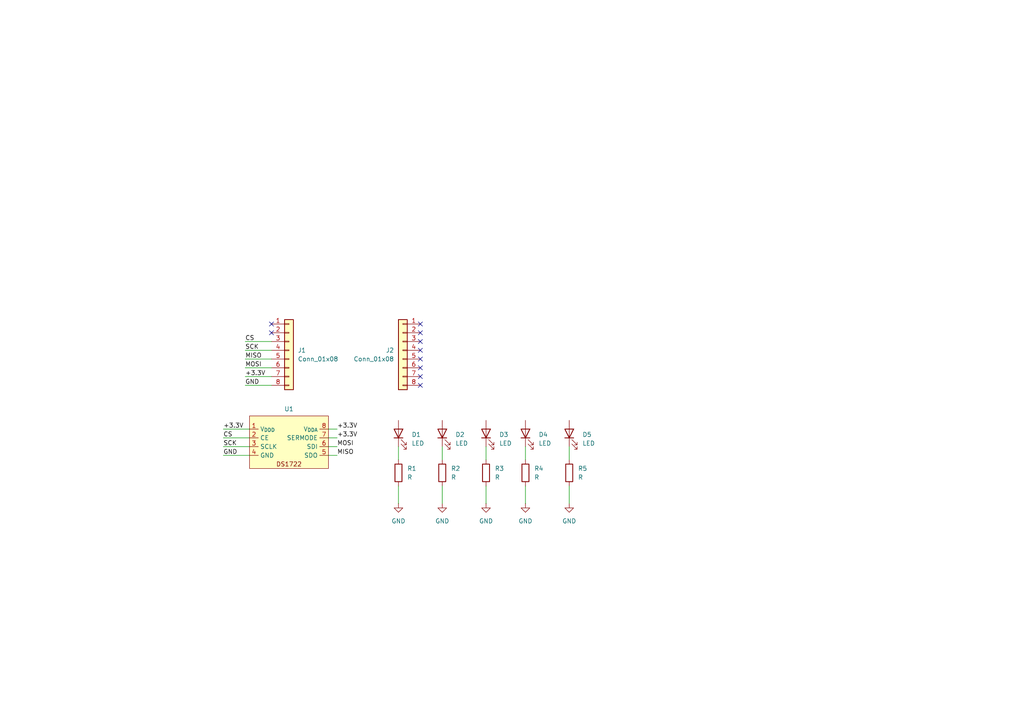
<source format=kicad_sch>
(kicad_sch
	(version 20250114)
	(generator "eeschema")
	(generator_version "9.0")
	(uuid "a6bb00c8-6bd2-4a1c-9fce-29397f664f91")
	(paper "A4")
	(lib_symbols
		(symbol "Connector_Generic:Conn_01x08"
			(pin_names
				(offset 1.016)
				(hide yes)
			)
			(exclude_from_sim no)
			(in_bom yes)
			(on_board yes)
			(property "Reference" "J"
				(at 0 10.16 0)
				(effects
					(font
						(size 1.27 1.27)
					)
				)
			)
			(property "Value" "Conn_01x08"
				(at 0 -12.7 0)
				(effects
					(font
						(size 1.27 1.27)
					)
				)
			)
			(property "Footprint" ""
				(at 0 0 0)
				(effects
					(font
						(size 1.27 1.27)
					)
					(hide yes)
				)
			)
			(property "Datasheet" "~"
				(at 0 0 0)
				(effects
					(font
						(size 1.27 1.27)
					)
					(hide yes)
				)
			)
			(property "Description" "Generic connector, single row, 01x08, script generated (kicad-library-utils/schlib/autogen/connector/)"
				(at 0 0 0)
				(effects
					(font
						(size 1.27 1.27)
					)
					(hide yes)
				)
			)
			(property "ki_keywords" "connector"
				(at 0 0 0)
				(effects
					(font
						(size 1.27 1.27)
					)
					(hide yes)
				)
			)
			(property "ki_fp_filters" "Connector*:*_1x??_*"
				(at 0 0 0)
				(effects
					(font
						(size 1.27 1.27)
					)
					(hide yes)
				)
			)
			(symbol "Conn_01x08_1_1"
				(rectangle
					(start -1.27 8.89)
					(end 1.27 -11.43)
					(stroke
						(width 0.254)
						(type default)
					)
					(fill
						(type background)
					)
				)
				(rectangle
					(start -1.27 7.747)
					(end 0 7.493)
					(stroke
						(width 0.1524)
						(type default)
					)
					(fill
						(type none)
					)
				)
				(rectangle
					(start -1.27 5.207)
					(end 0 4.953)
					(stroke
						(width 0.1524)
						(type default)
					)
					(fill
						(type none)
					)
				)
				(rectangle
					(start -1.27 2.667)
					(end 0 2.413)
					(stroke
						(width 0.1524)
						(type default)
					)
					(fill
						(type none)
					)
				)
				(rectangle
					(start -1.27 0.127)
					(end 0 -0.127)
					(stroke
						(width 0.1524)
						(type default)
					)
					(fill
						(type none)
					)
				)
				(rectangle
					(start -1.27 -2.413)
					(end 0 -2.667)
					(stroke
						(width 0.1524)
						(type default)
					)
					(fill
						(type none)
					)
				)
				(rectangle
					(start -1.27 -4.953)
					(end 0 -5.207)
					(stroke
						(width 0.1524)
						(type default)
					)
					(fill
						(type none)
					)
				)
				(rectangle
					(start -1.27 -7.493)
					(end 0 -7.747)
					(stroke
						(width 0.1524)
						(type default)
					)
					(fill
						(type none)
					)
				)
				(rectangle
					(start -1.27 -10.033)
					(end 0 -10.287)
					(stroke
						(width 0.1524)
						(type default)
					)
					(fill
						(type none)
					)
				)
				(pin passive line
					(at -5.08 7.62 0)
					(length 3.81)
					(name "Pin_1"
						(effects
							(font
								(size 1.27 1.27)
							)
						)
					)
					(number "1"
						(effects
							(font
								(size 1.27 1.27)
							)
						)
					)
				)
				(pin passive line
					(at -5.08 5.08 0)
					(length 3.81)
					(name "Pin_2"
						(effects
							(font
								(size 1.27 1.27)
							)
						)
					)
					(number "2"
						(effects
							(font
								(size 1.27 1.27)
							)
						)
					)
				)
				(pin passive line
					(at -5.08 2.54 0)
					(length 3.81)
					(name "Pin_3"
						(effects
							(font
								(size 1.27 1.27)
							)
						)
					)
					(number "3"
						(effects
							(font
								(size 1.27 1.27)
							)
						)
					)
				)
				(pin passive line
					(at -5.08 0 0)
					(length 3.81)
					(name "Pin_4"
						(effects
							(font
								(size 1.27 1.27)
							)
						)
					)
					(number "4"
						(effects
							(font
								(size 1.27 1.27)
							)
						)
					)
				)
				(pin passive line
					(at -5.08 -2.54 0)
					(length 3.81)
					(name "Pin_5"
						(effects
							(font
								(size 1.27 1.27)
							)
						)
					)
					(number "5"
						(effects
							(font
								(size 1.27 1.27)
							)
						)
					)
				)
				(pin passive line
					(at -5.08 -5.08 0)
					(length 3.81)
					(name "Pin_6"
						(effects
							(font
								(size 1.27 1.27)
							)
						)
					)
					(number "6"
						(effects
							(font
								(size 1.27 1.27)
							)
						)
					)
				)
				(pin passive line
					(at -5.08 -7.62 0)
					(length 3.81)
					(name "Pin_7"
						(effects
							(font
								(size 1.27 1.27)
							)
						)
					)
					(number "7"
						(effects
							(font
								(size 1.27 1.27)
							)
						)
					)
				)
				(pin passive line
					(at -5.08 -10.16 0)
					(length 3.81)
					(name "Pin_8"
						(effects
							(font
								(size 1.27 1.27)
							)
						)
					)
					(number "8"
						(effects
							(font
								(size 1.27 1.27)
							)
						)
					)
				)
			)
			(embedded_fonts no)
		)
		(symbol "Device:LED"
			(pin_numbers
				(hide yes)
			)
			(pin_names
				(offset 1.016)
				(hide yes)
			)
			(exclude_from_sim no)
			(in_bom yes)
			(on_board yes)
			(property "Reference" "D"
				(at 0 2.54 0)
				(effects
					(font
						(size 1.27 1.27)
					)
				)
			)
			(property "Value" "LED"
				(at 0 -2.54 0)
				(effects
					(font
						(size 1.27 1.27)
					)
				)
			)
			(property "Footprint" ""
				(at 0 0 0)
				(effects
					(font
						(size 1.27 1.27)
					)
					(hide yes)
				)
			)
			(property "Datasheet" "~"
				(at 0 0 0)
				(effects
					(font
						(size 1.27 1.27)
					)
					(hide yes)
				)
			)
			(property "Description" "Light emitting diode"
				(at 0 0 0)
				(effects
					(font
						(size 1.27 1.27)
					)
					(hide yes)
				)
			)
			(property "Sim.Pins" "1=K 2=A"
				(at 0 0 0)
				(effects
					(font
						(size 1.27 1.27)
					)
					(hide yes)
				)
			)
			(property "ki_keywords" "LED diode"
				(at 0 0 0)
				(effects
					(font
						(size 1.27 1.27)
					)
					(hide yes)
				)
			)
			(property "ki_fp_filters" "LED* LED_SMD:* LED_THT:*"
				(at 0 0 0)
				(effects
					(font
						(size 1.27 1.27)
					)
					(hide yes)
				)
			)
			(symbol "LED_0_1"
				(polyline
					(pts
						(xy -3.048 -0.762) (xy -4.572 -2.286) (xy -3.81 -2.286) (xy -4.572 -2.286) (xy -4.572 -1.524)
					)
					(stroke
						(width 0)
						(type default)
					)
					(fill
						(type none)
					)
				)
				(polyline
					(pts
						(xy -1.778 -0.762) (xy -3.302 -2.286) (xy -2.54 -2.286) (xy -3.302 -2.286) (xy -3.302 -1.524)
					)
					(stroke
						(width 0)
						(type default)
					)
					(fill
						(type none)
					)
				)
				(polyline
					(pts
						(xy -1.27 0) (xy 1.27 0)
					)
					(stroke
						(width 0)
						(type default)
					)
					(fill
						(type none)
					)
				)
				(polyline
					(pts
						(xy -1.27 -1.27) (xy -1.27 1.27)
					)
					(stroke
						(width 0.254)
						(type default)
					)
					(fill
						(type none)
					)
				)
				(polyline
					(pts
						(xy 1.27 -1.27) (xy 1.27 1.27) (xy -1.27 0) (xy 1.27 -1.27)
					)
					(stroke
						(width 0.254)
						(type default)
					)
					(fill
						(type none)
					)
				)
			)
			(symbol "LED_1_1"
				(pin passive line
					(at -3.81 0 0)
					(length 2.54)
					(name "K"
						(effects
							(font
								(size 1.27 1.27)
							)
						)
					)
					(number "1"
						(effects
							(font
								(size 1.27 1.27)
							)
						)
					)
				)
				(pin passive line
					(at 3.81 0 180)
					(length 2.54)
					(name "A"
						(effects
							(font
								(size 1.27 1.27)
							)
						)
					)
					(number "2"
						(effects
							(font
								(size 1.27 1.27)
							)
						)
					)
				)
			)
			(embedded_fonts no)
		)
		(symbol "Device:R"
			(pin_numbers
				(hide yes)
			)
			(pin_names
				(offset 0)
			)
			(exclude_from_sim no)
			(in_bom yes)
			(on_board yes)
			(property "Reference" "R"
				(at 2.032 0 90)
				(effects
					(font
						(size 1.27 1.27)
					)
				)
			)
			(property "Value" "R"
				(at 0 0 90)
				(effects
					(font
						(size 1.27 1.27)
					)
				)
			)
			(property "Footprint" ""
				(at -1.778 0 90)
				(effects
					(font
						(size 1.27 1.27)
					)
					(hide yes)
				)
			)
			(property "Datasheet" "~"
				(at 0 0 0)
				(effects
					(font
						(size 1.27 1.27)
					)
					(hide yes)
				)
			)
			(property "Description" "Resistor"
				(at 0 0 0)
				(effects
					(font
						(size 1.27 1.27)
					)
					(hide yes)
				)
			)
			(property "ki_keywords" "R res resistor"
				(at 0 0 0)
				(effects
					(font
						(size 1.27 1.27)
					)
					(hide yes)
				)
			)
			(property "ki_fp_filters" "R_*"
				(at 0 0 0)
				(effects
					(font
						(size 1.27 1.27)
					)
					(hide yes)
				)
			)
			(symbol "R_0_1"
				(rectangle
					(start -1.016 -2.54)
					(end 1.016 2.54)
					(stroke
						(width 0.254)
						(type default)
					)
					(fill
						(type none)
					)
				)
			)
			(symbol "R_1_1"
				(pin passive line
					(at 0 3.81 270)
					(length 1.27)
					(name "~"
						(effects
							(font
								(size 1.27 1.27)
							)
						)
					)
					(number "1"
						(effects
							(font
								(size 1.27 1.27)
							)
						)
					)
				)
				(pin passive line
					(at 0 -3.81 90)
					(length 1.27)
					(name "~"
						(effects
							(font
								(size 1.27 1.27)
							)
						)
					)
					(number "2"
						(effects
							(font
								(size 1.27 1.27)
							)
						)
					)
				)
			)
			(embedded_fonts no)
		)
		(symbol "power:GND"
			(power)
			(pin_numbers
				(hide yes)
			)
			(pin_names
				(offset 0)
				(hide yes)
			)
			(exclude_from_sim no)
			(in_bom yes)
			(on_board yes)
			(property "Reference" "#PWR"
				(at 0 -6.35 0)
				(effects
					(font
						(size 1.27 1.27)
					)
					(hide yes)
				)
			)
			(property "Value" "GND"
				(at 0 -3.81 0)
				(effects
					(font
						(size 1.27 1.27)
					)
				)
			)
			(property "Footprint" ""
				(at 0 0 0)
				(effects
					(font
						(size 1.27 1.27)
					)
					(hide yes)
				)
			)
			(property "Datasheet" ""
				(at 0 0 0)
				(effects
					(font
						(size 1.27 1.27)
					)
					(hide yes)
				)
			)
			(property "Description" "Power symbol creates a global label with name \"GND\" , ground"
				(at 0 0 0)
				(effects
					(font
						(size 1.27 1.27)
					)
					(hide yes)
				)
			)
			(property "ki_keywords" "global power"
				(at 0 0 0)
				(effects
					(font
						(size 1.27 1.27)
					)
					(hide yes)
				)
			)
			(symbol "GND_0_1"
				(polyline
					(pts
						(xy 0 0) (xy 0 -1.27) (xy 1.27 -1.27) (xy 0 -2.54) (xy -1.27 -1.27) (xy 0 -1.27)
					)
					(stroke
						(width 0)
						(type default)
					)
					(fill
						(type none)
					)
				)
			)
			(symbol "GND_1_1"
				(pin power_in line
					(at 0 0 270)
					(length 0)
					(name "~"
						(effects
							(font
								(size 1.27 1.27)
							)
						)
					)
					(number "1"
						(effects
							(font
								(size 1.27 1.27)
							)
						)
					)
				)
			)
			(embedded_fonts no)
		)
		(symbol "stuff:DS1722"
			(exclude_from_sim no)
			(in_bom yes)
			(on_board yes)
			(property "Reference" "U"
				(at 0 0 0)
				(effects
					(font
						(size 1.27 1.27)
					)
				)
			)
			(property "Value" ""
				(at 0 0 0)
				(effects
					(font
						(size 1.27 1.27)
					)
				)
			)
			(property "Footprint" ""
				(at 0 0 0)
				(effects
					(font
						(size 1.27 1.27)
					)
					(hide yes)
				)
			)
			(property "Datasheet" ""
				(at 0 0 0)
				(effects
					(font
						(size 1.27 1.27)
					)
					(hide yes)
				)
			)
			(property "Description" ""
				(at 0 0 0)
				(effects
					(font
						(size 1.27 1.27)
					)
					(hide yes)
				)
			)
			(symbol "DS1722_1_1"
				(rectangle
					(start -11.43 -1.27)
					(end 11.43 -16.51)
					(stroke
						(width 0)
						(type solid)
					)
					(fill
						(type background)
					)
				)
				(text "DS1722"
					(at 0 -15.24 0)
					(effects
						(font
							(size 1.27 1.27)
						)
					)
				)
				(pin input line
					(at -11.43 -5.08 0)
					(length 2.54)
					(name "V_{DDD}"
						(effects
							(font
								(size 1.27 1.27)
							)
						)
					)
					(number "1"
						(effects
							(font
								(size 1.27 1.27)
							)
						)
					)
				)
				(pin input line
					(at -11.43 -7.62 0)
					(length 2.54)
					(name "CE"
						(effects
							(font
								(size 1.27 1.27)
							)
						)
					)
					(number "2"
						(effects
							(font
								(size 1.27 1.27)
							)
						)
					)
				)
				(pin input line
					(at -11.43 -10.16 0)
					(length 2.54)
					(name "SCLK"
						(effects
							(font
								(size 1.27 1.27)
							)
						)
					)
					(number "3"
						(effects
							(font
								(size 1.27 1.27)
							)
						)
					)
				)
				(pin input line
					(at -11.43 -12.7 0)
					(length 2.54)
					(name "GND"
						(effects
							(font
								(size 1.27 1.27)
							)
						)
					)
					(number "4"
						(effects
							(font
								(size 1.27 1.27)
							)
						)
					)
				)
				(pin input line
					(at 11.43 -5.08 180)
					(length 2.54)
					(name "V_{DDA}"
						(effects
							(font
								(size 1.27 1.27)
							)
						)
					)
					(number "8"
						(effects
							(font
								(size 1.27 1.27)
							)
						)
					)
				)
				(pin input line
					(at 11.43 -7.62 180)
					(length 2.54)
					(name "SERMODE"
						(effects
							(font
								(size 1.27 1.27)
							)
						)
					)
					(number "7"
						(effects
							(font
								(size 1.27 1.27)
							)
						)
					)
				)
				(pin input line
					(at 11.43 -10.16 180)
					(length 2.54)
					(name "SDI"
						(effects
							(font
								(size 1.27 1.27)
							)
						)
					)
					(number "6"
						(effects
							(font
								(size 1.27 1.27)
							)
						)
					)
				)
				(pin input line
					(at 11.43 -12.7 180)
					(length 2.54)
					(name "SDO"
						(effects
							(font
								(size 1.27 1.27)
							)
						)
					)
					(number "5"
						(effects
							(font
								(size 1.27 1.27)
							)
						)
					)
				)
			)
			(embedded_fonts no)
		)
	)
	(no_connect
		(at 78.74 96.52)
		(uuid "17dac20e-ae19-42c8-b5db-d42091fb693d")
	)
	(no_connect
		(at 78.74 93.98)
		(uuid "3fde2345-b989-464e-a3d4-ac7e401703a7")
	)
	(no_connect
		(at 121.92 104.14)
		(uuid "5ce1d39a-3361-4585-95f8-4466bbac468e")
	)
	(no_connect
		(at 121.92 106.68)
		(uuid "6d57e2d3-0b30-4b2e-adec-d06af4eeca2a")
	)
	(no_connect
		(at 121.92 109.22)
		(uuid "7d69f5f2-ff5b-410a-af36-3f485deefa3b")
	)
	(no_connect
		(at 121.92 93.98)
		(uuid "82752844-5ccd-40fa-888d-e6a5beb98a15")
	)
	(no_connect
		(at 121.92 101.6)
		(uuid "87084622-0317-4d45-8700-c0273b169f8e")
	)
	(no_connect
		(at 121.92 111.76)
		(uuid "9560d496-5be9-4fc0-a698-0e74f1bf7658")
	)
	(no_connect
		(at 121.92 99.06)
		(uuid "c495b4a2-3d37-45ea-af27-266e70eb9aa6")
	)
	(no_connect
		(at 121.92 96.52)
		(uuid "d4ff6ac0-8cbd-4eee-b06c-3555246685c3")
	)
	(wire
		(pts
			(xy 64.77 124.46) (xy 72.39 124.46)
		)
		(stroke
			(width 0)
			(type default)
		)
		(uuid "02fb96f4-b11f-4326-afb4-6aa3447582c5")
	)
	(wire
		(pts
			(xy 152.4 129.54) (xy 152.4 133.35)
		)
		(stroke
			(width 0)
			(type default)
		)
		(uuid "08e6bec9-613f-43fe-b11b-648bde5d3be4")
	)
	(wire
		(pts
			(xy 115.57 129.54) (xy 115.57 133.35)
		)
		(stroke
			(width 0)
			(type default)
		)
		(uuid "0c63c3a4-b69d-4864-ac6b-4ead2efcbac2")
	)
	(wire
		(pts
			(xy 128.27 129.54) (xy 128.27 133.35)
		)
		(stroke
			(width 0)
			(type default)
		)
		(uuid "1eed9f46-55da-46e5-8c9c-f4348fb9d4b1")
	)
	(wire
		(pts
			(xy 165.1 140.97) (xy 165.1 146.05)
		)
		(stroke
			(width 0)
			(type default)
		)
		(uuid "2696a0e8-8715-4078-882e-080089de16b5")
	)
	(wire
		(pts
			(xy 64.77 129.54) (xy 72.39 129.54)
		)
		(stroke
			(width 0)
			(type default)
		)
		(uuid "38386fcb-9179-4db6-af0c-fb46025fea8a")
	)
	(wire
		(pts
			(xy 140.97 140.97) (xy 140.97 146.05)
		)
		(stroke
			(width 0)
			(type default)
		)
		(uuid "3b0c6eca-2bab-497c-9023-a85f1b27ff83")
	)
	(wire
		(pts
			(xy 165.1 129.54) (xy 165.1 133.35)
		)
		(stroke
			(width 0)
			(type default)
		)
		(uuid "4f403197-b172-47c4-a28f-7927588b6fb4")
	)
	(wire
		(pts
			(xy 140.97 129.54) (xy 140.97 133.35)
		)
		(stroke
			(width 0)
			(type default)
		)
		(uuid "4f4d0990-e0da-4418-b1bb-463bb62fc6e0")
	)
	(wire
		(pts
			(xy 71.12 101.6) (xy 78.74 101.6)
		)
		(stroke
			(width 0)
			(type default)
		)
		(uuid "5263625d-8be7-4b8f-82b9-34574cdcadc4")
	)
	(wire
		(pts
			(xy 71.12 99.06) (xy 78.74 99.06)
		)
		(stroke
			(width 0)
			(type default)
		)
		(uuid "6beb08fc-3eb2-48b4-b9fa-2fd3621b3d23")
	)
	(wire
		(pts
			(xy 95.25 127) (xy 97.79 127)
		)
		(stroke
			(width 0)
			(type default)
		)
		(uuid "802f25bd-8cf8-43ce-b521-182b38034228")
	)
	(wire
		(pts
			(xy 64.77 127) (xy 72.39 127)
		)
		(stroke
			(width 0)
			(type default)
		)
		(uuid "80efa1fc-e75a-4128-82a3-8c68f3abd270")
	)
	(wire
		(pts
			(xy 71.12 111.76) (xy 78.74 111.76)
		)
		(stroke
			(width 0)
			(type default)
		)
		(uuid "83947da5-d75c-46ba-aade-8ac855328678")
	)
	(wire
		(pts
			(xy 64.77 132.08) (xy 72.39 132.08)
		)
		(stroke
			(width 0)
			(type default)
		)
		(uuid "95e5a45a-8902-48bd-a07c-533ab54e28a6")
	)
	(wire
		(pts
			(xy 152.4 140.97) (xy 152.4 146.05)
		)
		(stroke
			(width 0)
			(type default)
		)
		(uuid "a15e137f-aa27-4e73-916e-1f8a695ca1e2")
	)
	(wire
		(pts
			(xy 71.12 106.68) (xy 78.74 106.68)
		)
		(stroke
			(width 0)
			(type default)
		)
		(uuid "aa5a8662-1b0c-442b-810b-6465f1dc4c43")
	)
	(wire
		(pts
			(xy 128.27 140.97) (xy 128.27 146.05)
		)
		(stroke
			(width 0)
			(type default)
		)
		(uuid "b0b6e057-7bc1-4a7f-a1c4-cacf335c41e5")
	)
	(wire
		(pts
			(xy 95.25 129.54) (xy 97.79 129.54)
		)
		(stroke
			(width 0)
			(type default)
		)
		(uuid "c2d13b78-debb-4c1c-909b-677306e103cb")
	)
	(wire
		(pts
			(xy 95.25 124.46) (xy 97.79 124.46)
		)
		(stroke
			(width 0)
			(type default)
		)
		(uuid "e3c6eb2b-b137-413b-9e14-9aeb04d2e8ee")
	)
	(wire
		(pts
			(xy 71.12 104.14) (xy 78.74 104.14)
		)
		(stroke
			(width 0)
			(type default)
		)
		(uuid "e55e85b4-82e3-44d7-9ec6-a88a83773f09")
	)
	(wire
		(pts
			(xy 71.12 109.22) (xy 78.74 109.22)
		)
		(stroke
			(width 0)
			(type default)
		)
		(uuid "ef17d6bb-4e7e-49fc-b3df-05a8ddadfc42")
	)
	(wire
		(pts
			(xy 95.25 132.08) (xy 97.79 132.08)
		)
		(stroke
			(width 0)
			(type default)
		)
		(uuid "f2a31996-a2fa-4e0b-bf5f-695242562e33")
	)
	(wire
		(pts
			(xy 115.57 140.97) (xy 115.57 146.05)
		)
		(stroke
			(width 0)
			(type default)
		)
		(uuid "f9f164b6-f887-4dce-a6ea-fdd52c46b102")
	)
	(label "GND"
		(at 71.12 111.76 0)
		(effects
			(font
				(size 1.27 1.27)
			)
			(justify left bottom)
		)
		(uuid "05fcfe27-7858-43b7-9eb1-4eb5aba3f386")
	)
	(label "MOSI"
		(at 71.12 106.68 0)
		(effects
			(font
				(size 1.27 1.27)
			)
			(justify left bottom)
		)
		(uuid "1febfdef-c04f-4d6c-b3ef-4e4c5bf2c7ef")
	)
	(label "CS"
		(at 71.12 99.06 0)
		(effects
			(font
				(size 1.27 1.27)
			)
			(justify left bottom)
		)
		(uuid "35cce86b-b597-4cb2-89c6-886800e52582")
	)
	(label "+3.3V"
		(at 64.77 124.46 0)
		(effects
			(font
				(size 1.27 1.27)
			)
			(justify left bottom)
		)
		(uuid "3aa55802-019d-48b3-8d22-c163dea8f9f1")
	)
	(label "+3.3V"
		(at 97.79 124.46 0)
		(effects
			(font
				(size 1.27 1.27)
			)
			(justify left bottom)
		)
		(uuid "71250279-163c-4aae-9eb6-595e2bc18159")
	)
	(label "CS"
		(at 64.77 127 0)
		(effects
			(font
				(size 1.27 1.27)
			)
			(justify left bottom)
		)
		(uuid "71f07b1a-ff23-4340-919a-41e2eedbc284")
	)
	(label "SCK"
		(at 71.12 101.6 0)
		(effects
			(font
				(size 1.27 1.27)
			)
			(justify left bottom)
		)
		(uuid "768d3360-06a3-4297-9fd7-c8b6103a49c3")
	)
	(label "GND"
		(at 64.77 132.08 0)
		(effects
			(font
				(size 1.27 1.27)
			)
			(justify left bottom)
		)
		(uuid "8c98f62a-d45d-4255-a116-1f41a900512c")
	)
	(label "MISO"
		(at 71.12 104.14 0)
		(effects
			(font
				(size 1.27 1.27)
			)
			(justify left bottom)
		)
		(uuid "8ffa7fab-7fb9-4898-b315-0f76ac56141b")
	)
	(label "+3.3V"
		(at 71.12 109.22 0)
		(effects
			(font
				(size 1.27 1.27)
			)
			(justify left bottom)
		)
		(uuid "a128c7e2-1364-4ff9-b17a-d6970ecaca1a")
	)
	(label "+3.3V"
		(at 97.79 127 0)
		(effects
			(font
				(size 1.27 1.27)
			)
			(justify left bottom)
		)
		(uuid "a1dc34c6-bb83-4f3f-a818-0af41c7961a9")
	)
	(label "MOSI"
		(at 97.79 129.54 0)
		(effects
			(font
				(size 1.27 1.27)
			)
			(justify left bottom)
		)
		(uuid "bede17ea-a52c-49f9-a76b-6a68d4362c72")
	)
	(label "SCK"
		(at 64.77 129.54 0)
		(effects
			(font
				(size 1.27 1.27)
			)
			(justify left bottom)
		)
		(uuid "e7f6e861-2c97-498e-a923-fc1c395f5072")
	)
	(label "MISO"
		(at 97.79 132.08 0)
		(effects
			(font
				(size 1.27 1.27)
			)
			(justify left bottom)
		)
		(uuid "fc92ab1b-ecf2-4dac-879a-c54db0b7fad5")
	)
	(symbol
		(lib_id "Connector_Generic:Conn_01x08")
		(at 83.82 101.6 0)
		(unit 1)
		(exclude_from_sim no)
		(in_bom yes)
		(on_board yes)
		(dnp no)
		(fields_autoplaced yes)
		(uuid "026b4c4a-d2ce-40b0-8aa8-90a620bf5f83")
		(property "Reference" "J1"
			(at 86.36 101.5999 0)
			(effects
				(font
					(size 1.27 1.27)
				)
				(justify left)
			)
		)
		(property "Value" "Conn_01x08"
			(at 86.36 104.1399 0)
			(effects
				(font
					(size 1.27 1.27)
				)
				(justify left)
			)
		)
		(property "Footprint" ""
			(at 83.82 101.6 0)
			(effects
				(font
					(size 1.27 1.27)
				)
				(hide yes)
			)
		)
		(property "Datasheet" "~"
			(at 83.82 101.6 0)
			(effects
				(font
					(size 1.27 1.27)
				)
				(hide yes)
			)
		)
		(property "Description" "Generic connector, single row, 01x08, script generated (kicad-library-utils/schlib/autogen/connector/)"
			(at 83.82 101.6 0)
			(effects
				(font
					(size 1.27 1.27)
				)
				(hide yes)
			)
		)
		(pin "1"
			(uuid "39d2e5ab-060e-4e5e-918a-a4039b669c6d")
		)
		(pin "6"
			(uuid "e591fa54-aaaf-4359-bc1d-d427de869040")
		)
		(pin "4"
			(uuid "dca08a16-88da-4ae7-bad3-ae16afdfd0e7")
		)
		(pin "7"
			(uuid "1bd71c8a-84c8-4298-9580-dc586baaaf8b")
		)
		(pin "2"
			(uuid "1512d7a3-546b-437a-8787-93c1010f34b5")
		)
		(pin "5"
			(uuid "6cb7791e-df99-4510-b45b-ff9979d62fb7")
		)
		(pin "8"
			(uuid "f56281c5-267e-435a-ad33-2a0b5de5a975")
		)
		(pin "3"
			(uuid "348ea209-c15d-4201-a4b8-b776f9eebe58")
		)
		(instances
			(project ""
				(path "/a6bb00c8-6bd2-4a1c-9fce-29397f664f91"
					(reference "J1")
					(unit 1)
				)
			)
		)
	)
	(symbol
		(lib_id "power:GND")
		(at 128.27 146.05 0)
		(unit 1)
		(exclude_from_sim no)
		(in_bom yes)
		(on_board yes)
		(dnp no)
		(fields_autoplaced yes)
		(uuid "042b6ec8-c7fe-45a5-8d4f-dedfa9b2f6fa")
		(property "Reference" "#PWR02"
			(at 128.27 152.4 0)
			(effects
				(font
					(size 1.27 1.27)
				)
				(hide yes)
			)
		)
		(property "Value" "GND"
			(at 128.27 151.13 0)
			(effects
				(font
					(size 1.27 1.27)
				)
			)
		)
		(property "Footprint" ""
			(at 128.27 146.05 0)
			(effects
				(font
					(size 1.27 1.27)
				)
				(hide yes)
			)
		)
		(property "Datasheet" ""
			(at 128.27 146.05 0)
			(effects
				(font
					(size 1.27 1.27)
				)
				(hide yes)
			)
		)
		(property "Description" "Power symbol creates a global label with name \"GND\" , ground"
			(at 128.27 146.05 0)
			(effects
				(font
					(size 1.27 1.27)
				)
				(hide yes)
			)
		)
		(pin "1"
			(uuid "71cd0882-fef8-4727-acc8-735f49755f37")
		)
		(instances
			(project ""
				(path "/a6bb00c8-6bd2-4a1c-9fce-29397f664f91"
					(reference "#PWR02")
					(unit 1)
				)
			)
		)
	)
	(symbol
		(lib_id "Device:R")
		(at 152.4 137.16 0)
		(unit 1)
		(exclude_from_sim no)
		(in_bom yes)
		(on_board yes)
		(dnp no)
		(fields_autoplaced yes)
		(uuid "0998cd67-2cce-4a99-974f-0d245a7935a4")
		(property "Reference" "R4"
			(at 154.94 135.8899 0)
			(effects
				(font
					(size 1.27 1.27)
				)
				(justify left)
			)
		)
		(property "Value" "R"
			(at 154.94 138.4299 0)
			(effects
				(font
					(size 1.27 1.27)
				)
				(justify left)
			)
		)
		(property "Footprint" ""
			(at 150.622 137.16 90)
			(effects
				(font
					(size 1.27 1.27)
				)
				(hide yes)
			)
		)
		(property "Datasheet" "~"
			(at 152.4 137.16 0)
			(effects
				(font
					(size 1.27 1.27)
				)
				(hide yes)
			)
		)
		(property "Description" "Resistor"
			(at 152.4 137.16 0)
			(effects
				(font
					(size 1.27 1.27)
				)
				(hide yes)
			)
		)
		(pin "2"
			(uuid "b816bb2d-594f-46e9-bd5b-e125f40549e2")
		)
		(pin "1"
			(uuid "0f021bba-7748-40f0-b2ba-18a6aabaa061")
		)
		(instances
			(project ""
				(path "/a6bb00c8-6bd2-4a1c-9fce-29397f664f91"
					(reference "R4")
					(unit 1)
				)
			)
		)
	)
	(symbol
		(lib_id "Connector_Generic:Conn_01x08")
		(at 116.84 101.6 0)
		(mirror y)
		(unit 1)
		(exclude_from_sim no)
		(in_bom yes)
		(on_board yes)
		(dnp no)
		(uuid "17419291-dd99-4a4a-af2b-73b5f58ab31d")
		(property "Reference" "J2"
			(at 114.3 101.5999 0)
			(effects
				(font
					(size 1.27 1.27)
				)
				(justify left)
			)
		)
		(property "Value" "Conn_01x08"
			(at 114.3 104.1399 0)
			(effects
				(font
					(size 1.27 1.27)
				)
				(justify left)
			)
		)
		(property "Footprint" ""
			(at 116.84 101.6 0)
			(effects
				(font
					(size 1.27 1.27)
				)
				(hide yes)
			)
		)
		(property "Datasheet" "~"
			(at 116.84 101.6 0)
			(effects
				(font
					(size 1.27 1.27)
				)
				(hide yes)
			)
		)
		(property "Description" "Generic connector, single row, 01x08, script generated (kicad-library-utils/schlib/autogen/connector/)"
			(at 116.84 101.6 0)
			(effects
				(font
					(size 1.27 1.27)
				)
				(hide yes)
			)
		)
		(pin "3"
			(uuid "8f48f392-071b-4c8c-85a7-01d66b7d97c2")
		)
		(pin "5"
			(uuid "cd83ff94-a7ce-4da9-827b-fe86de73d5e3")
		)
		(pin "4"
			(uuid "f05983e5-bc0c-441c-a204-fc048a3b46eb")
		)
		(pin "6"
			(uuid "b0446980-7bdc-407e-81ae-4b8363c81f60")
		)
		(pin "7"
			(uuid "cfbb6b8b-5bb0-4210-9a1e-3bd9e066927d")
		)
		(pin "8"
			(uuid "cc418a85-213c-4478-9772-e5c6000c16e0")
		)
		(pin "2"
			(uuid "5fb593db-dcff-489a-a8d1-dbc64a619b2d")
		)
		(pin "1"
			(uuid "f5295116-108c-4bdb-992c-6d523640b0d9")
		)
		(instances
			(project ""
				(path "/a6bb00c8-6bd2-4a1c-9fce-29397f664f91"
					(reference "J2")
					(unit 1)
				)
			)
		)
	)
	(symbol
		(lib_id "Device:LED")
		(at 165.1 125.73 90)
		(unit 1)
		(exclude_from_sim no)
		(in_bom yes)
		(on_board yes)
		(dnp no)
		(fields_autoplaced yes)
		(uuid "1b527b42-9cde-4efb-b7ca-066ea37d5c83")
		(property "Reference" "D5"
			(at 168.91 126.0474 90)
			(effects
				(font
					(size 1.27 1.27)
				)
				(justify right)
			)
		)
		(property "Value" "LED"
			(at 168.91 128.5874 90)
			(effects
				(font
					(size 1.27 1.27)
				)
				(justify right)
			)
		)
		(property "Footprint" ""
			(at 165.1 125.73 0)
			(effects
				(font
					(size 1.27 1.27)
				)
				(hide yes)
			)
		)
		(property "Datasheet" "~"
			(at 165.1 125.73 0)
			(effects
				(font
					(size 1.27 1.27)
				)
				(hide yes)
			)
		)
		(property "Description" "Light emitting diode"
			(at 165.1 125.73 0)
			(effects
				(font
					(size 1.27 1.27)
				)
				(hide yes)
			)
		)
		(property "Sim.Pins" "1=K 2=A"
			(at 165.1 125.73 0)
			(effects
				(font
					(size 1.27 1.27)
				)
				(hide yes)
			)
		)
		(pin "1"
			(uuid "76e22c40-7b98-4b19-a7af-d8365d7f2e01")
		)
		(pin "2"
			(uuid "b8a69920-60e9-449b-ba69-96c8cc00d72f")
		)
		(instances
			(project ""
				(path "/a6bb00c8-6bd2-4a1c-9fce-29397f664f91"
					(reference "D5")
					(unit 1)
				)
			)
		)
	)
	(symbol
		(lib_id "Device:LED")
		(at 140.97 125.73 90)
		(unit 1)
		(exclude_from_sim no)
		(in_bom yes)
		(on_board yes)
		(dnp no)
		(fields_autoplaced yes)
		(uuid "20f8f23f-0d99-462c-8dc8-a4d783340242")
		(property "Reference" "D3"
			(at 144.78 126.0474 90)
			(effects
				(font
					(size 1.27 1.27)
				)
				(justify right)
			)
		)
		(property "Value" "LED"
			(at 144.78 128.5874 90)
			(effects
				(font
					(size 1.27 1.27)
				)
				(justify right)
			)
		)
		(property "Footprint" ""
			(at 140.97 125.73 0)
			(effects
				(font
					(size 1.27 1.27)
				)
				(hide yes)
			)
		)
		(property "Datasheet" "~"
			(at 140.97 125.73 0)
			(effects
				(font
					(size 1.27 1.27)
				)
				(hide yes)
			)
		)
		(property "Description" "Light emitting diode"
			(at 140.97 125.73 0)
			(effects
				(font
					(size 1.27 1.27)
				)
				(hide yes)
			)
		)
		(property "Sim.Pins" "1=K 2=A"
			(at 140.97 125.73 0)
			(effects
				(font
					(size 1.27 1.27)
				)
				(hide yes)
			)
		)
		(pin "1"
			(uuid "f59e0422-240b-416b-88fe-265962140303")
		)
		(pin "2"
			(uuid "004aedf6-7bde-4b4a-b305-830839f8e2c0")
		)
		(instances
			(project ""
				(path "/a6bb00c8-6bd2-4a1c-9fce-29397f664f91"
					(reference "D3")
					(unit 1)
				)
			)
		)
	)
	(symbol
		(lib_id "Device:R")
		(at 128.27 137.16 0)
		(unit 1)
		(exclude_from_sim no)
		(in_bom yes)
		(on_board yes)
		(dnp no)
		(fields_autoplaced yes)
		(uuid "22ff519b-4740-4334-93b8-b00d6e216733")
		(property "Reference" "R2"
			(at 130.81 135.8899 0)
			(effects
				(font
					(size 1.27 1.27)
				)
				(justify left)
			)
		)
		(property "Value" "R"
			(at 130.81 138.4299 0)
			(effects
				(font
					(size 1.27 1.27)
				)
				(justify left)
			)
		)
		(property "Footprint" ""
			(at 126.492 137.16 90)
			(effects
				(font
					(size 1.27 1.27)
				)
				(hide yes)
			)
		)
		(property "Datasheet" "~"
			(at 128.27 137.16 0)
			(effects
				(font
					(size 1.27 1.27)
				)
				(hide yes)
			)
		)
		(property "Description" "Resistor"
			(at 128.27 137.16 0)
			(effects
				(font
					(size 1.27 1.27)
				)
				(hide yes)
			)
		)
		(pin "1"
			(uuid "e81609fa-0fbe-4ddc-a149-4505b112a39a")
		)
		(pin "2"
			(uuid "34f6f7c6-8a04-4878-864e-e881be397292")
		)
		(instances
			(project ""
				(path "/a6bb00c8-6bd2-4a1c-9fce-29397f664f91"
					(reference "R2")
					(unit 1)
				)
			)
		)
	)
	(symbol
		(lib_id "Device:LED")
		(at 115.57 125.73 90)
		(unit 1)
		(exclude_from_sim no)
		(in_bom yes)
		(on_board yes)
		(dnp no)
		(fields_autoplaced yes)
		(uuid "6b8cb1da-cc99-46b9-b945-eef242a7c486")
		(property "Reference" "D1"
			(at 119.38 126.0474 90)
			(effects
				(font
					(size 1.27 1.27)
				)
				(justify right)
			)
		)
		(property "Value" "LED"
			(at 119.38 128.5874 90)
			(effects
				(font
					(size 1.27 1.27)
				)
				(justify right)
			)
		)
		(property "Footprint" ""
			(at 115.57 125.73 0)
			(effects
				(font
					(size 1.27 1.27)
				)
				(hide yes)
			)
		)
		(property "Datasheet" "~"
			(at 115.57 125.73 0)
			(effects
				(font
					(size 1.27 1.27)
				)
				(hide yes)
			)
		)
		(property "Description" "Light emitting diode"
			(at 115.57 125.73 0)
			(effects
				(font
					(size 1.27 1.27)
				)
				(hide yes)
			)
		)
		(property "Sim.Pins" "1=K 2=A"
			(at 115.57 125.73 0)
			(effects
				(font
					(size 1.27 1.27)
				)
				(hide yes)
			)
		)
		(pin "2"
			(uuid "91c5c3fd-1bdb-414f-8905-9ade37ab00b6")
		)
		(pin "1"
			(uuid "b7aa3c13-7a72-46d7-96e4-14051b30c65e")
		)
		(instances
			(project ""
				(path "/a6bb00c8-6bd2-4a1c-9fce-29397f664f91"
					(reference "D1")
					(unit 1)
				)
			)
		)
	)
	(symbol
		(lib_id "Device:LED")
		(at 128.27 125.73 90)
		(unit 1)
		(exclude_from_sim no)
		(in_bom yes)
		(on_board yes)
		(dnp no)
		(fields_autoplaced yes)
		(uuid "7e309a45-e046-4630-9cac-3430be69116c")
		(property "Reference" "D2"
			(at 132.08 126.0474 90)
			(effects
				(font
					(size 1.27 1.27)
				)
				(justify right)
			)
		)
		(property "Value" "LED"
			(at 132.08 128.5874 90)
			(effects
				(font
					(size 1.27 1.27)
				)
				(justify right)
			)
		)
		(property "Footprint" ""
			(at 128.27 125.73 0)
			(effects
				(font
					(size 1.27 1.27)
				)
				(hide yes)
			)
		)
		(property "Datasheet" "~"
			(at 128.27 125.73 0)
			(effects
				(font
					(size 1.27 1.27)
				)
				(hide yes)
			)
		)
		(property "Description" "Light emitting diode"
			(at 128.27 125.73 0)
			(effects
				(font
					(size 1.27 1.27)
				)
				(hide yes)
			)
		)
		(property "Sim.Pins" "1=K 2=A"
			(at 128.27 125.73 0)
			(effects
				(font
					(size 1.27 1.27)
				)
				(hide yes)
			)
		)
		(pin "1"
			(uuid "ee7ae49f-5038-4c2d-baff-4a96443bafb6")
		)
		(pin "2"
			(uuid "2135fc4f-6157-4518-bd3d-5fbbd3fa03ea")
		)
		(instances
			(project ""
				(path "/a6bb00c8-6bd2-4a1c-9fce-29397f664f91"
					(reference "D2")
					(unit 1)
				)
			)
		)
	)
	(symbol
		(lib_id "power:GND")
		(at 152.4 146.05 0)
		(unit 1)
		(exclude_from_sim no)
		(in_bom yes)
		(on_board yes)
		(dnp no)
		(fields_autoplaced yes)
		(uuid "806535cd-092d-4dae-abb4-c3a124b4825e")
		(property "Reference" "#PWR04"
			(at 152.4 152.4 0)
			(effects
				(font
					(size 1.27 1.27)
				)
				(hide yes)
			)
		)
		(property "Value" "GND"
			(at 152.4 151.13 0)
			(effects
				(font
					(size 1.27 1.27)
				)
			)
		)
		(property "Footprint" ""
			(at 152.4 146.05 0)
			(effects
				(font
					(size 1.27 1.27)
				)
				(hide yes)
			)
		)
		(property "Datasheet" ""
			(at 152.4 146.05 0)
			(effects
				(font
					(size 1.27 1.27)
				)
				(hide yes)
			)
		)
		(property "Description" "Power symbol creates a global label with name \"GND\" , ground"
			(at 152.4 146.05 0)
			(effects
				(font
					(size 1.27 1.27)
				)
				(hide yes)
			)
		)
		(pin "1"
			(uuid "2ce630d1-440d-43e4-8e07-f427eb60f2fa")
		)
		(instances
			(project ""
				(path "/a6bb00c8-6bd2-4a1c-9fce-29397f664f91"
					(reference "#PWR04")
					(unit 1)
				)
			)
		)
	)
	(symbol
		(lib_id "Device:LED")
		(at 152.4 125.73 90)
		(unit 1)
		(exclude_from_sim no)
		(in_bom yes)
		(on_board yes)
		(dnp no)
		(fields_autoplaced yes)
		(uuid "9b1be9f6-263f-4879-8296-2e3cc7f9a818")
		(property "Reference" "D4"
			(at 156.21 126.0474 90)
			(effects
				(font
					(size 1.27 1.27)
				)
				(justify right)
			)
		)
		(property "Value" "LED"
			(at 156.21 128.5874 90)
			(effects
				(font
					(size 1.27 1.27)
				)
				(justify right)
			)
		)
		(property "Footprint" ""
			(at 152.4 125.73 0)
			(effects
				(font
					(size 1.27 1.27)
				)
				(hide yes)
			)
		)
		(property "Datasheet" "~"
			(at 152.4 125.73 0)
			(effects
				(font
					(size 1.27 1.27)
				)
				(hide yes)
			)
		)
		(property "Description" "Light emitting diode"
			(at 152.4 125.73 0)
			(effects
				(font
					(size 1.27 1.27)
				)
				(hide yes)
			)
		)
		(property "Sim.Pins" "1=K 2=A"
			(at 152.4 125.73 0)
			(effects
				(font
					(size 1.27 1.27)
				)
				(hide yes)
			)
		)
		(pin "2"
			(uuid "58728fbd-93c7-40e6-a6ec-a8c1d87fcec7")
		)
		(pin "1"
			(uuid "baad598b-6230-4859-aa02-d4e0a5146b7f")
		)
		(instances
			(project ""
				(path "/a6bb00c8-6bd2-4a1c-9fce-29397f664f91"
					(reference "D4")
					(unit 1)
				)
			)
		)
	)
	(symbol
		(lib_id "Device:R")
		(at 165.1 137.16 0)
		(unit 1)
		(exclude_from_sim no)
		(in_bom yes)
		(on_board yes)
		(dnp no)
		(fields_autoplaced yes)
		(uuid "a088af29-f3e5-4990-b7f3-690874a0b01c")
		(property "Reference" "R5"
			(at 167.64 135.8899 0)
			(effects
				(font
					(size 1.27 1.27)
				)
				(justify left)
			)
		)
		(property "Value" "R"
			(at 167.64 138.4299 0)
			(effects
				(font
					(size 1.27 1.27)
				)
				(justify left)
			)
		)
		(property "Footprint" ""
			(at 163.322 137.16 90)
			(effects
				(font
					(size 1.27 1.27)
				)
				(hide yes)
			)
		)
		(property "Datasheet" "~"
			(at 165.1 137.16 0)
			(effects
				(font
					(size 1.27 1.27)
				)
				(hide yes)
			)
		)
		(property "Description" "Resistor"
			(at 165.1 137.16 0)
			(effects
				(font
					(size 1.27 1.27)
				)
				(hide yes)
			)
		)
		(pin "2"
			(uuid "5111323b-908c-4837-8e0e-58ad0c8f3e9f")
		)
		(pin "1"
			(uuid "749c95a6-ac3d-43da-867d-c5f9ef22ec54")
		)
		(instances
			(project ""
				(path "/a6bb00c8-6bd2-4a1c-9fce-29397f664f91"
					(reference "R5")
					(unit 1)
				)
			)
		)
	)
	(symbol
		(lib_id "power:GND")
		(at 140.97 146.05 0)
		(unit 1)
		(exclude_from_sim no)
		(in_bom yes)
		(on_board yes)
		(dnp no)
		(fields_autoplaced yes)
		(uuid "a9002ca9-2805-44d9-89c3-f6f3b0cbfb95")
		(property "Reference" "#PWR03"
			(at 140.97 152.4 0)
			(effects
				(font
					(size 1.27 1.27)
				)
				(hide yes)
			)
		)
		(property "Value" "GND"
			(at 140.97 151.13 0)
			(effects
				(font
					(size 1.27 1.27)
				)
			)
		)
		(property "Footprint" ""
			(at 140.97 146.05 0)
			(effects
				(font
					(size 1.27 1.27)
				)
				(hide yes)
			)
		)
		(property "Datasheet" ""
			(at 140.97 146.05 0)
			(effects
				(font
					(size 1.27 1.27)
				)
				(hide yes)
			)
		)
		(property "Description" "Power symbol creates a global label with name \"GND\" , ground"
			(at 140.97 146.05 0)
			(effects
				(font
					(size 1.27 1.27)
				)
				(hide yes)
			)
		)
		(pin "1"
			(uuid "372dbb6f-f3b6-4d19-ae0a-c407b8c758e0")
		)
		(instances
			(project ""
				(path "/a6bb00c8-6bd2-4a1c-9fce-29397f664f91"
					(reference "#PWR03")
					(unit 1)
				)
			)
		)
	)
	(symbol
		(lib_id "Device:R")
		(at 115.57 137.16 0)
		(unit 1)
		(exclude_from_sim no)
		(in_bom yes)
		(on_board yes)
		(dnp no)
		(fields_autoplaced yes)
		(uuid "ad0c8c04-d1b6-4832-be8f-2cffb57aba63")
		(property "Reference" "R1"
			(at 118.11 135.8899 0)
			(effects
				(font
					(size 1.27 1.27)
				)
				(justify left)
			)
		)
		(property "Value" "R"
			(at 118.11 138.4299 0)
			(effects
				(font
					(size 1.27 1.27)
				)
				(justify left)
			)
		)
		(property "Footprint" ""
			(at 113.792 137.16 90)
			(effects
				(font
					(size 1.27 1.27)
				)
				(hide yes)
			)
		)
		(property "Datasheet" "~"
			(at 115.57 137.16 0)
			(effects
				(font
					(size 1.27 1.27)
				)
				(hide yes)
			)
		)
		(property "Description" "Resistor"
			(at 115.57 137.16 0)
			(effects
				(font
					(size 1.27 1.27)
				)
				(hide yes)
			)
		)
		(pin "2"
			(uuid "88a45101-f07d-4160-8be4-c313a27413e1")
		)
		(pin "1"
			(uuid "1a333d38-2354-479d-a756-7933b3caee0e")
		)
		(instances
			(project ""
				(path "/a6bb00c8-6bd2-4a1c-9fce-29397f664f91"
					(reference "R1")
					(unit 1)
				)
			)
		)
	)
	(symbol
		(lib_id "power:GND")
		(at 115.57 146.05 0)
		(unit 1)
		(exclude_from_sim no)
		(in_bom yes)
		(on_board yes)
		(dnp no)
		(fields_autoplaced yes)
		(uuid "cb7160f1-957a-4e97-aa7f-669e6546b336")
		(property "Reference" "#PWR01"
			(at 115.57 152.4 0)
			(effects
				(font
					(size 1.27 1.27)
				)
				(hide yes)
			)
		)
		(property "Value" "GND"
			(at 115.57 151.13 0)
			(effects
				(font
					(size 1.27 1.27)
				)
			)
		)
		(property "Footprint" ""
			(at 115.57 146.05 0)
			(effects
				(font
					(size 1.27 1.27)
				)
				(hide yes)
			)
		)
		(property "Datasheet" ""
			(at 115.57 146.05 0)
			(effects
				(font
					(size 1.27 1.27)
				)
				(hide yes)
			)
		)
		(property "Description" "Power symbol creates a global label with name \"GND\" , ground"
			(at 115.57 146.05 0)
			(effects
				(font
					(size 1.27 1.27)
				)
				(hide yes)
			)
		)
		(pin "1"
			(uuid "542cc759-eec1-417e-be63-117bbb116e0a")
		)
		(instances
			(project ""
				(path "/a6bb00c8-6bd2-4a1c-9fce-29397f664f91"
					(reference "#PWR01")
					(unit 1)
				)
			)
		)
	)
	(symbol
		(lib_id "Device:R")
		(at 140.97 137.16 0)
		(unit 1)
		(exclude_from_sim no)
		(in_bom yes)
		(on_board yes)
		(dnp no)
		(fields_autoplaced yes)
		(uuid "dfed6050-dbd5-47ce-8850-4d43ee973f85")
		(property "Reference" "R3"
			(at 143.51 135.8899 0)
			(effects
				(font
					(size 1.27 1.27)
				)
				(justify left)
			)
		)
		(property "Value" "R"
			(at 143.51 138.4299 0)
			(effects
				(font
					(size 1.27 1.27)
				)
				(justify left)
			)
		)
		(property "Footprint" ""
			(at 139.192 137.16 90)
			(effects
				(font
					(size 1.27 1.27)
				)
				(hide yes)
			)
		)
		(property "Datasheet" "~"
			(at 140.97 137.16 0)
			(effects
				(font
					(size 1.27 1.27)
				)
				(hide yes)
			)
		)
		(property "Description" "Resistor"
			(at 140.97 137.16 0)
			(effects
				(font
					(size 1.27 1.27)
				)
				(hide yes)
			)
		)
		(pin "1"
			(uuid "49f8c947-e8eb-443f-9f00-b3623934a7c3")
		)
		(pin "2"
			(uuid "08479d69-e6b6-482b-88ec-967f064fe6f4")
		)
		(instances
			(project ""
				(path "/a6bb00c8-6bd2-4a1c-9fce-29397f664f91"
					(reference "R3")
					(unit 1)
				)
			)
		)
	)
	(symbol
		(lib_id "power:GND")
		(at 165.1 146.05 0)
		(unit 1)
		(exclude_from_sim no)
		(in_bom yes)
		(on_board yes)
		(dnp no)
		(fields_autoplaced yes)
		(uuid "fd0b90ea-d9c4-4806-82db-09bc870b5071")
		(property "Reference" "#PWR05"
			(at 165.1 152.4 0)
			(effects
				(font
					(size 1.27 1.27)
				)
				(hide yes)
			)
		)
		(property "Value" "GND"
			(at 165.1 151.13 0)
			(effects
				(font
					(size 1.27 1.27)
				)
			)
		)
		(property "Footprint" ""
			(at 165.1 146.05 0)
			(effects
				(font
					(size 1.27 1.27)
				)
				(hide yes)
			)
		)
		(property "Datasheet" ""
			(at 165.1 146.05 0)
			(effects
				(font
					(size 1.27 1.27)
				)
				(hide yes)
			)
		)
		(property "Description" "Power symbol creates a global label with name \"GND\" , ground"
			(at 165.1 146.05 0)
			(effects
				(font
					(size 1.27 1.27)
				)
				(hide yes)
			)
		)
		(pin "1"
			(uuid "590e4c90-8079-47b6-aa49-699b500b13a4")
		)
		(instances
			(project ""
				(path "/a6bb00c8-6bd2-4a1c-9fce-29397f664f91"
					(reference "#PWR05")
					(unit 1)
				)
			)
		)
	)
	(symbol
		(lib_id "stuff:DS1722")
		(at 83.82 119.38 0)
		(unit 1)
		(exclude_from_sim no)
		(in_bom yes)
		(on_board yes)
		(dnp no)
		(uuid "fd8214b6-6df8-4eeb-b47f-4fa956241bb8")
		(property "Reference" "U1"
			(at 83.82 118.618 0)
			(effects
				(font
					(size 1.27 1.27)
				)
			)
		)
		(property "Value" "~"
			(at 83.82 118.11 0)
			(effects
				(font
					(size 1.27 1.27)
				)
				(hide yes)
			)
		)
		(property "Footprint" ""
			(at 83.82 119.38 0)
			(effects
				(font
					(size 1.27 1.27)
				)
				(hide yes)
			)
		)
		(property "Datasheet" ""
			(at 83.82 119.38 0)
			(effects
				(font
					(size 1.27 1.27)
				)
				(hide yes)
			)
		)
		(property "Description" ""
			(at 83.82 119.38 0)
			(effects
				(font
					(size 1.27 1.27)
				)
				(hide yes)
			)
		)
		(pin "4"
			(uuid "26153261-54db-4f0b-9869-21199fa5bc81")
		)
		(pin "8"
			(uuid "f69ec655-d9f5-4ed1-9191-cc25827463fd")
		)
		(pin "7"
			(uuid "7eb54b91-e921-4d87-8e15-8a7a790ee15b")
		)
		(pin "6"
			(uuid "73bf9e64-1977-4329-bb66-7bf3b75ff9ed")
		)
		(pin "5"
			(uuid "51efa7ed-d716-461d-8b9e-a3b0fa61b0b8")
		)
		(pin "1"
			(uuid "49c8458e-743d-4dbd-bb77-80075656845d")
		)
		(pin "2"
			(uuid "d93b8c71-f4af-414f-afff-a6a7e642dfc2")
		)
		(pin "3"
			(uuid "60728cea-d50a-41a8-bf5e-251910b5e7bf")
		)
		(instances
			(project ""
				(path "/a6bb00c8-6bd2-4a1c-9fce-29397f664f91"
					(reference "U1")
					(unit 1)
				)
			)
		)
	)
	(sheet_instances
		(path "/"
			(page "1")
		)
	)
	(embedded_fonts no)
)

</source>
